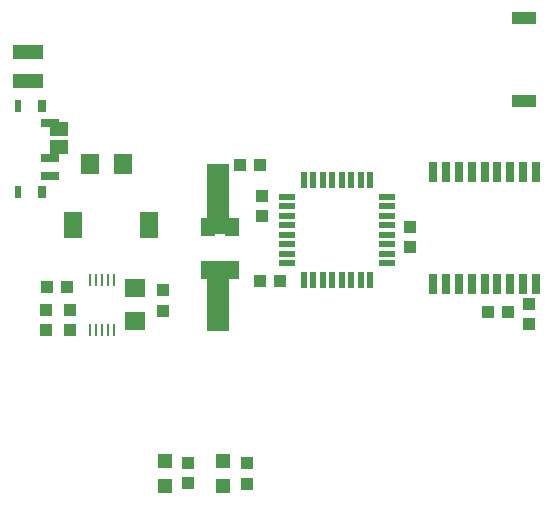
<source format=gtp>
G75*
G70*
%OFA0B0*%
%FSLAX24Y24*%
%IPPOS*%
%LPD*%
%AMOC8*
5,1,8,0,0,1.08239X$1,22.5*
%
%ADD10R,0.0580X0.0200*%
%ADD11R,0.0200X0.0580*%
%ADD12R,0.0760X0.2362*%
%ADD13R,0.0433X0.0394*%
%ADD14R,0.0394X0.0433*%
%ADD15R,0.1000X0.0500*%
%ADD16R,0.0098X0.0394*%
%ADD17R,0.0709X0.0630*%
%ADD18R,0.0630X0.0709*%
%ADD19R,0.0591X0.0866*%
%ADD20R,0.0591X0.0276*%
%ADD21R,0.0236X0.0394*%
%ADD22R,0.0315X0.0394*%
%ADD23R,0.0472X0.0472*%
%ADD24R,0.0315X0.0709*%
%ADD25R,0.0276X0.0709*%
%ADD26R,0.0787X0.0394*%
%ADD27R,0.0512X0.0630*%
%ADD28R,0.0630X0.0460*%
D10*
X009809Y008579D03*
X009809Y008889D03*
X009809Y009209D03*
X009809Y009519D03*
X009809Y009839D03*
X009809Y010149D03*
X009809Y010469D03*
X009809Y010779D03*
X013149Y010779D03*
X013149Y010469D03*
X013149Y010149D03*
X013149Y009839D03*
X013149Y009519D03*
X013149Y009209D03*
X013149Y008889D03*
X013149Y008579D03*
D11*
X012579Y008009D03*
X012269Y008009D03*
X011949Y008009D03*
X011639Y008009D03*
X011319Y008009D03*
X011009Y008009D03*
X010689Y008009D03*
X010379Y008009D03*
X010379Y011349D03*
X010689Y011349D03*
X011009Y011349D03*
X011319Y011349D03*
X011639Y011349D03*
X011949Y011349D03*
X012269Y011349D03*
X012579Y011349D03*
D12*
X007511Y010710D03*
X007511Y007482D03*
D13*
X008920Y007970D03*
X009589Y007970D03*
X005680Y007667D03*
X005680Y006997D03*
X008260Y011863D03*
X008929Y011863D03*
X008478Y001902D03*
X008478Y001232D03*
X006523Y001238D03*
X006523Y001907D03*
D14*
X002586Y006356D03*
X002586Y007025D03*
X002471Y007794D03*
X001802Y007794D03*
X001779Y007025D03*
X001779Y006356D03*
X008989Y010160D03*
X008989Y010829D03*
X013912Y009784D03*
X013912Y009115D03*
X016505Y006947D03*
X017174Y006947D03*
X017895Y007210D03*
X017895Y006541D03*
D15*
X001188Y014647D03*
X001188Y015616D03*
D16*
X003247Y008030D03*
X003444Y008030D03*
X003641Y008030D03*
X003838Y008030D03*
X004034Y008030D03*
X004034Y006366D03*
X003838Y006366D03*
X003641Y006366D03*
X003444Y006366D03*
X003247Y006366D03*
D17*
X004747Y006647D03*
X004747Y007749D03*
D18*
X004357Y011887D03*
X003254Y011887D03*
D19*
X002680Y009864D03*
X005200Y009864D03*
D20*
X001916Y011490D03*
X001916Y012080D03*
X001916Y013261D03*
D21*
X000834Y013812D03*
X000834Y010938D03*
D22*
X001660Y010938D03*
X001660Y013812D03*
D23*
X005735Y001159D03*
X005735Y001986D03*
X007690Y001980D03*
X007690Y001154D03*
D24*
X015100Y007867D03*
X015533Y007867D03*
X015966Y007867D03*
X016399Y007867D03*
X016832Y007867D03*
X017265Y007867D03*
X017698Y007867D03*
X017698Y011607D03*
X017265Y011607D03*
X016832Y011607D03*
X016399Y011607D03*
X015966Y011607D03*
X015533Y011607D03*
X015100Y011607D03*
D25*
X014686Y011607D03*
X018112Y011607D03*
X018112Y007867D03*
X014686Y007867D03*
D26*
X017703Y013968D03*
X017703Y016763D03*
D27*
X007997Y009773D03*
X007170Y009773D03*
X007170Y008355D03*
X007997Y008355D03*
D28*
X002208Y012441D03*
X002208Y013041D03*
M02*

</source>
